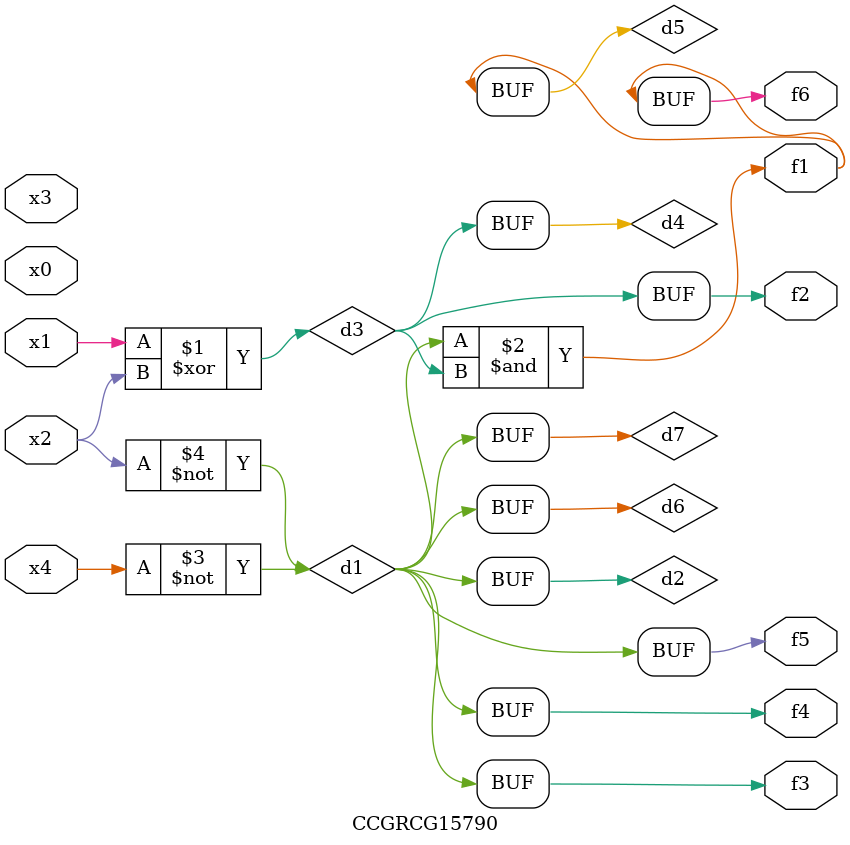
<source format=v>
module CCGRCG15790(
	input x0, x1, x2, x3, x4,
	output f1, f2, f3, f4, f5, f6
);

	wire d1, d2, d3, d4, d5, d6, d7;

	not (d1, x4);
	not (d2, x2);
	xor (d3, x1, x2);
	buf (d4, d3);
	and (d5, d1, d3);
	buf (d6, d1, d2);
	buf (d7, d2);
	assign f1 = d5;
	assign f2 = d4;
	assign f3 = d7;
	assign f4 = d7;
	assign f5 = d7;
	assign f6 = d5;
endmodule

</source>
